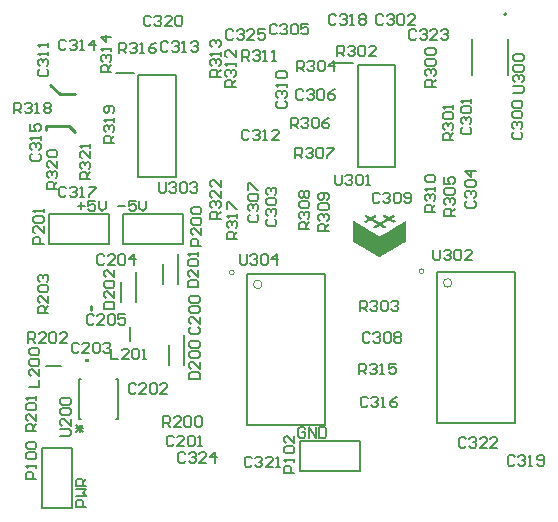
<source format=gto>
G04*
G04 #@! TF.GenerationSoftware,Altium Limited,Altium Designer,22.8.2 (66)*
G04*
G04 Layer_Color=65535*
%FSLAX44Y44*%
%MOMM*%
G71*
G04*
G04 #@! TF.SameCoordinates,219079CE-D9F2-4F20-8337-977AF1FC8BC2*
G04*
G04*
G04 #@! TF.FilePolarity,Positive*
G04*
G01*
G75*
%ADD10C,0.2000*%
%ADD11C,0.0000*%
%ADD12C,0.1270*%
%ADD13C,0.2540*%
%ADD14C,0.1524*%
G36*
X80797Y141859D02*
Y144399D01*
X84607D01*
Y141859D01*
X80797D01*
D02*
G37*
G36*
X343088Y266040D02*
X343186Y265942D01*
X343317Y265549D01*
X343382Y265222D01*
X343317Y265026D01*
X343251Y264699D01*
X343023Y264471D01*
X342892Y264405D01*
X342859Y264307D01*
X342434Y264144D01*
X342173Y263882D01*
X341911Y263817D01*
X341780Y263686D01*
X341454Y263490D01*
X341257Y263424D01*
X341127Y263359D01*
X340963Y263130D01*
X341029Y262803D01*
X341192Y262640D01*
X341519Y262575D01*
X341780Y262313D01*
X342042Y262248D01*
X342238Y262052D01*
X342565Y261921D01*
X342696Y261790D01*
X344199Y261005D01*
X344297Y260907D01*
X344232Y260646D01*
X344069Y260482D01*
X343742Y260417D01*
X343480Y260156D01*
X343284Y260090D01*
X343251Y260057D01*
X343219Y260025D01*
X342630Y259698D01*
X342369Y259632D01*
X341780Y259894D01*
X341323Y260156D01*
X341159Y260319D01*
X340734Y260482D01*
X340571Y260646D01*
X340146Y260809D01*
X340015Y260940D01*
X339296Y261332D01*
X338871Y261561D01*
X338511Y261659D01*
X337269Y261071D01*
X336615Y260679D01*
X336027Y260352D01*
X335569Y260090D01*
X335275Y259796D01*
X334916Y259698D01*
X334785Y259567D01*
X333869Y259044D01*
X333641Y258881D01*
X333248Y258619D01*
X333183Y258227D01*
X333379Y258096D01*
X333739Y257802D01*
X334327Y257475D01*
X334458Y257409D01*
X334850Y257148D01*
X335177Y256952D01*
X335569Y256690D01*
X335831Y256625D01*
X335962Y256494D01*
X336321Y256265D01*
X336387Y256004D01*
X336223Y255840D01*
X335504Y255448D01*
X335373Y255317D01*
X335046Y255121D01*
X334589Y254925D01*
X333608Y255383D01*
X333085Y255710D01*
X332496Y256037D01*
X332104Y256298D01*
X331516Y256625D01*
X331058Y256952D01*
X330535Y257017D01*
X330077Y256821D01*
X329751Y256625D01*
X329031Y256167D01*
X328051Y255644D01*
X327920Y255579D01*
X327789Y255448D01*
X327658Y255383D01*
X327495Y255219D01*
X327070Y255056D01*
X326939Y254925D01*
X326678Y254860D01*
X326514Y255023D01*
X326089Y255187D01*
X325959Y255317D01*
X325403Y255612D01*
X325010Y255873D01*
X324945Y256200D01*
X325043Y256298D01*
X325762Y256690D01*
X326220Y256952D01*
X326449Y257181D01*
X326874Y257344D01*
X327005Y257475D01*
X327854Y257933D01*
X328018Y258096D01*
X328181Y258325D01*
X328149Y258488D01*
X327920Y258717D01*
X327266Y259109D01*
X327135Y259175D01*
X327005Y259306D01*
X326547Y259567D01*
X326449Y259665D01*
X326024Y259829D01*
X325860Y259992D01*
X325435Y260156D01*
X325239Y260352D01*
X324912Y260482D01*
X324716Y260679D01*
X324455Y260744D01*
X323997Y261071D01*
X322886Y261659D01*
X322493Y261594D01*
X322363Y261463D01*
X321774Y261136D01*
X321317Y260809D01*
X321120Y260744D01*
X320990Y260613D01*
X320663Y260417D01*
X320401Y260352D01*
X320271Y260221D01*
X319813Y259959D01*
X318963Y259502D01*
X318309Y259894D01*
X317721Y260221D01*
X317394Y260417D01*
X317165Y260646D01*
X317230Y260907D01*
X317459Y261005D01*
X317851Y261267D01*
X317982Y261332D01*
X318963Y261921D01*
X319094Y262052D01*
X320205Y262640D01*
X320303Y262738D01*
X320368Y263130D01*
X319878Y263490D01*
X319682Y263555D01*
X319551Y263686D01*
X319094Y263948D01*
X318897Y264144D01*
X318636Y264209D01*
X318505Y264340D01*
X318374Y264405D01*
X318276Y264503D01*
X317950Y264961D01*
X317884Y265353D01*
X318080Y265811D01*
X318146Y265942D01*
X318244Y265974D01*
X318505Y266236D01*
X318832Y266301D01*
X319028Y266367D01*
X319290Y266301D01*
X319617Y266105D01*
X319878Y266040D01*
X320140Y265778D01*
X320467Y265713D01*
X320597Y265582D01*
X321055Y265255D01*
X322166Y264667D01*
X322624Y264340D01*
X322820Y264274D01*
X323278Y264471D01*
X323409Y264536D01*
X323540Y264667D01*
X324259Y265059D01*
X324651Y265320D01*
X324912Y265386D01*
X325174Y265647D01*
X325305Y265713D01*
X325632Y265844D01*
X325959Y266040D01*
X326220Y266105D01*
X326351Y266236D01*
X326874Y266301D01*
X327201Y266170D01*
X327332Y266105D01*
X327560Y265876D01*
X327626Y265746D01*
X327756Y265615D01*
X327822Y265353D01*
X327756Y264895D01*
X327626Y264765D01*
X327560Y264634D01*
X327266Y264340D01*
X326351Y263817D01*
X326155Y263621D01*
X325730Y263457D01*
X325337Y263196D01*
X325272Y262869D01*
X325370Y262771D01*
X325697Y262575D01*
X325893Y262378D01*
X326155Y262313D01*
X326416Y262052D01*
X326678Y261986D01*
X327135Y261659D01*
X327397Y261594D01*
X327528Y261463D01*
X328116Y261136D01*
X328312Y261071D01*
X328606Y260777D01*
X328966Y260679D01*
X329129Y260515D01*
X329554Y260352D01*
X329685Y260221D01*
X330143Y259959D01*
X330470Y259763D01*
X330666Y259698D01*
X330862Y259763D01*
X331254Y260025D01*
X331516Y260090D01*
X331745Y260319D01*
X332104Y260417D01*
X332235Y260548D01*
X332366Y260613D01*
X332823Y260940D01*
X333019Y261005D01*
X333412Y261267D01*
X333543Y261332D01*
X333641Y261430D01*
X334066Y261594D01*
X334294Y261823D01*
X334719Y261986D01*
X334850Y262117D01*
X335438Y262444D01*
X335569Y262509D01*
X335929Y262869D01*
X335994Y263130D01*
X335896Y263228D01*
X335765Y263294D01*
X335569Y263490D01*
X335438Y263555D01*
X335177Y263621D01*
X335144Y263719D01*
X334719Y263948D01*
X334262Y264209D01*
X334066Y264405D01*
X333935Y264471D01*
X333804Y264667D01*
X333510Y265026D01*
X333543Y265582D01*
X333608Y265844D01*
X333935Y266040D01*
X334131Y266236D01*
X334785Y266301D01*
X335112Y266170D01*
X335635Y265974D01*
X335765Y265778D01*
X336158Y265713D01*
X336354Y265517D01*
X336811Y265255D01*
X337400Y264928D01*
X337531Y264863D01*
X338381Y264274D01*
X338544Y264307D01*
X338969Y264471D01*
X339100Y264601D01*
X339754Y264994D01*
X340603Y265451D01*
X340636Y265549D01*
X340800Y265647D01*
X341127Y265713D01*
X341257Y265844D01*
X341846Y266170D01*
X341977Y266301D01*
X342369Y266367D01*
X343088Y266040D01*
D02*
G37*
G36*
X308568Y261267D02*
X309123Y260973D01*
X309156Y260940D01*
X309483Y260744D01*
X309940Y260482D01*
X310921Y259959D01*
X311052Y259829D01*
X311771Y259436D01*
X312490Y258979D01*
X313079Y258652D01*
X313209Y258586D01*
X313667Y258260D01*
X314125Y257998D01*
X314975Y257540D01*
X315105Y257409D01*
X315563Y257148D01*
X315694Y257083D01*
X315825Y256952D01*
X316086Y256887D01*
X316315Y256658D01*
X316642Y256527D01*
X317263Y256102D01*
X318113Y255644D01*
X318505Y255383D01*
X318636Y255317D01*
X318832Y255121D01*
X319094Y255056D01*
X319813Y254598D01*
X320401Y254271D01*
X320924Y253944D01*
X321055Y253879D01*
X321578Y253552D01*
X322493Y253029D01*
X322820Y252833D01*
X323540Y252375D01*
X323670Y252310D01*
X324193Y251983D01*
X325109Y251460D01*
X325435Y251264D01*
X325828Y251002D01*
X326547Y250610D01*
X326939Y250348D01*
X327528Y250022D01*
X328247Y249564D01*
X328704Y249303D01*
X329293Y248976D01*
X329424Y248845D01*
X330143Y248452D01*
X330274Y248387D01*
X330470Y248191D01*
X330862Y248126D01*
X331058Y248191D01*
X331189Y248256D01*
X331287Y248354D01*
X331679Y248551D01*
X332202Y248878D01*
X332562Y249172D01*
X332758Y249106D01*
X332921Y249270D01*
X332987Y249401D01*
X333281Y249564D01*
X333608Y249695D01*
X334066Y249956D01*
X334196Y250087D01*
X334785Y250414D01*
X335635Y251002D01*
X335765Y251068D01*
X336092Y251199D01*
X337008Y251721D01*
X337138Y251852D01*
X337596Y252114D01*
X338185Y252441D01*
X338413Y252604D01*
X339067Y252996D01*
X339427Y253291D01*
X339623Y253225D01*
X339950Y253552D01*
X340080Y253617D01*
X340407Y253748D01*
X340538Y253879D01*
X341127Y254206D01*
X341617Y254500D01*
X341977Y254794D01*
X342238Y254860D01*
X342434Y255056D01*
X342663Y255219D01*
X342924Y255285D01*
X343546Y255710D01*
X344134Y256037D01*
X344592Y256298D01*
X344919Y256494D01*
X345572Y256952D01*
X345834Y257017D01*
X346226Y257279D01*
X346357Y257344D01*
X346520Y257508D01*
X346945Y257671D01*
X347076Y257802D01*
X347207Y257867D01*
X347338Y257998D01*
X347665Y258129D01*
X347697Y258227D01*
X347795Y258325D01*
X347926Y258390D01*
X348515Y258652D01*
X349234Y259109D01*
X349822Y259436D01*
X350149Y259632D01*
X350345Y259829D01*
X350541Y259894D01*
X350803Y259959D01*
X350933Y260156D01*
X351391Y260417D01*
X351718Y260613D01*
X351751Y260581D01*
X351980Y260679D01*
X352307Y260875D01*
X352699Y261267D01*
X352830Y261202D01*
X352895Y250283D01*
X352862Y243778D01*
X351816Y243124D01*
X351457Y242830D01*
X351195Y242764D01*
X350933Y242503D01*
X350607Y242438D01*
X350312Y242143D01*
X349953Y242045D01*
X349691Y241784D01*
X349299Y241653D01*
X349168Y241588D01*
X348318Y240999D01*
X347991Y240868D01*
X347599Y240607D01*
X347468Y240542D01*
X347011Y240215D01*
X346749Y240149D01*
X346618Y240019D01*
X346030Y239692D01*
X345311Y239299D01*
X344919Y239038D01*
X344592Y238907D01*
X344494Y238809D01*
X344428Y238678D01*
X344199Y238580D01*
X343938Y238515D01*
X343742Y238319D01*
X343611Y238253D01*
X343219Y237992D01*
X342663Y237698D01*
X342336Y237567D01*
X341977Y237273D01*
X341846Y237207D01*
X341748Y237109D01*
X341323Y236946D01*
X341127Y236750D01*
X340800Y236684D01*
X340702Y236521D01*
X340636Y236390D01*
X340211Y236292D01*
X340015Y236096D01*
X339754Y236030D01*
X339296Y235704D01*
X339165Y235638D01*
X339034Y235507D01*
X338773Y235442D01*
X338577Y235246D01*
X338250Y235115D01*
X338152Y235017D01*
X338086Y234886D01*
X337956Y234821D01*
X337629Y234755D01*
X337563Y234625D01*
X337465Y234527D01*
X337073Y234461D01*
X336942Y234331D01*
X336615Y234134D01*
X335438Y233415D01*
X334850Y233088D01*
X334393Y232827D01*
X334360Y232729D01*
X334229Y232663D01*
X333902Y232598D01*
X333837Y232467D01*
X333673Y232304D01*
X333281Y232238D01*
X333248Y232140D01*
X333085Y231977D01*
X332823Y231912D01*
X332627Y231715D01*
X332366Y231650D01*
X332170Y231454D01*
X331777Y231388D01*
X331581Y231192D01*
X331124Y230865D01*
X330993Y230800D01*
X330666Y230669D01*
X330470Y230604D01*
X330143Y230669D01*
X329914Y230898D01*
X329554Y230996D01*
X329391Y231160D01*
X328966Y231323D01*
X328835Y231454D01*
X327920Y231977D01*
X327789Y232108D01*
X327201Y232435D01*
X327005Y232500D01*
X326547Y232827D01*
X325697Y233284D01*
X325370Y233481D01*
X324978Y233742D01*
X324128Y234200D01*
X323997Y234331D01*
X323801Y234396D01*
X323343Y234723D01*
X323082Y234788D01*
X322951Y234919D01*
X322297Y235311D01*
X322166Y235377D01*
X321447Y235834D01*
X320859Y236161D01*
X319878Y236684D01*
X319617Y236946D01*
X319355Y237011D01*
X318832Y237338D01*
X318505Y237534D01*
X318113Y237796D01*
X317917Y237861D01*
X317198Y238319D01*
X316544Y238711D01*
X315563Y239234D01*
X315171Y239496D01*
X314713Y239757D01*
X314059Y240149D01*
X313929Y240215D01*
X313536Y240476D01*
X312817Y240868D01*
X312686Y240934D01*
X312294Y241195D01*
X311575Y241588D01*
X311183Y241849D01*
X310856Y241980D01*
X310627Y242209D01*
X310202Y242372D01*
X310071Y242503D01*
X309483Y242830D01*
X309352Y242895D01*
X309221Y243026D01*
X308502Y243418D01*
X308273Y243647D01*
X308208Y260973D01*
X308273Y261234D01*
X308371Y261332D01*
X308568Y261267D01*
D02*
G37*
D10*
X437980Y436160D02*
G03*
X437980Y436160I-1000J0D01*
G01*
X293233Y394532D02*
X308483D01*
X311983Y306432D02*
Y392932D01*
Y306432D02*
X343983D01*
Y392932D01*
X311983D02*
X343983D01*
X218228Y216400D02*
X284728D01*
Y88400D02*
Y216400D01*
X218228Y88400D02*
X284728D01*
X218228D02*
Y216400D01*
X107691Y386546D02*
X122941D01*
X126441Y298446D02*
Y384947D01*
Y298446D02*
X158441D01*
Y384947D01*
X126441D02*
X158441D01*
X262890Y49530D02*
X313690D01*
Y74930D01*
X262890D02*
X313690D01*
X262890Y49530D02*
Y74930D01*
X379010Y217670D02*
X445510D01*
Y89670D02*
Y217670D01*
X379010Y89670D02*
X445510D01*
X379010D02*
Y217670D01*
X119380Y159100D02*
Y171100D01*
X48610Y138430D02*
X60610D01*
X165250Y138820D02*
Y164320D01*
X152250Y138820D02*
Y155820D01*
X160170Y207987D02*
Y233487D01*
X147170Y207987D02*
Y224987D01*
X163830Y241300D02*
Y266700D01*
X113030Y241300D02*
X163830D01*
X113030D02*
Y266700D01*
X163830D01*
X124610Y192160D02*
Y217660D01*
X111610Y192160D02*
Y209160D01*
X50800Y241300D02*
Y266700D01*
X101600D01*
Y241300D02*
Y266700D01*
X50800Y241300D02*
X101600D01*
X44450Y68580D02*
X69850D01*
Y17780D02*
Y68580D01*
X44450Y17780D02*
X69850D01*
X44450D02*
Y68580D01*
D11*
X231083Y207400D02*
G03*
X231083Y207400I-3605J0D01*
G01*
X207478Y217400D02*
G03*
X207478Y217400I-2000J0D01*
G01*
X391865Y208670D02*
G03*
X391865Y208670I-3605J0D01*
G01*
X368260Y218670D02*
G03*
X368260Y218670I-2000J0D01*
G01*
D12*
X439430Y384710D02*
Y415210D01*
X408930Y384710D02*
Y415210D01*
D13*
X86360Y185420D02*
Y189230D01*
X67310Y341630D02*
X72390Y336550D01*
X48260Y341630D02*
X67310D01*
X48260Y337820D02*
Y341630D01*
X59690Y368300D02*
X72390D01*
X51435Y376555D02*
X59690Y368300D01*
D14*
X75946Y127254D02*
X77978D01*
X109474Y93726D02*
Y127254D01*
X107442D02*
X109474D01*
X75946Y93726D02*
Y127254D01*
Y93726D02*
X77978D01*
X107442D02*
X109474D01*
X267799Y85130D02*
X266318Y86611D01*
X263355D01*
X261874Y85130D01*
Y79205D01*
X263355Y77724D01*
X266318D01*
X267799Y79205D01*
Y82168D01*
X264836D01*
X270761Y77724D02*
Y86611D01*
X276686Y77724D01*
Y86611D01*
X279648D02*
Y77724D01*
X284092D01*
X285573Y79205D01*
Y85130D01*
X284092Y86611D01*
X279648D01*
X82296Y19304D02*
X73409D01*
Y23748D01*
X74890Y25229D01*
X77852D01*
X79334Y23748D01*
Y19304D01*
X73409Y28191D02*
X82296D01*
X79334Y31154D01*
X82296Y34116D01*
X73409D01*
X82296Y37078D02*
X73409D01*
Y41522D01*
X74890Y43003D01*
X77852D01*
X79334Y41522D01*
Y37078D01*
Y40041D02*
X82296Y43003D01*
X109474Y273938D02*
X115399D01*
X124286Y278381D02*
X118361D01*
Y273938D01*
X121323Y275419D01*
X122805D01*
X124286Y273938D01*
Y270975D01*
X122805Y269494D01*
X119842D01*
X118361Y270975D01*
X127248Y278381D02*
Y272456D01*
X130211Y269494D01*
X133173Y272456D01*
Y278381D01*
X75184Y273938D02*
X81109D01*
X78146Y276900D02*
Y270975D01*
X89996Y278381D02*
X84071D01*
Y273938D01*
X87034Y275419D01*
X88515D01*
X89996Y273938D01*
Y270975D01*
X88515Y269494D01*
X85552D01*
X84071Y270975D01*
X92958Y278381D02*
Y272456D01*
X95921Y269494D01*
X98883Y272456D01*
Y278381D01*
X73773Y82613D02*
X79697Y88538D01*
Y82613D02*
X73773Y88538D01*
X76735Y82613D02*
Y88538D01*
X79697Y85576D02*
X73773D01*
X333802Y434762D02*
X332321Y436244D01*
X329358D01*
X327877Y434762D01*
Y428838D01*
X329358Y427356D01*
X332321D01*
X333802Y428838D01*
X336764Y434762D02*
X338245Y436244D01*
X341208D01*
X342689Y434762D01*
Y433281D01*
X341208Y431800D01*
X339726D01*
X341208D01*
X342689Y430319D01*
Y428838D01*
X341208Y427356D01*
X338245D01*
X336764Y428838D01*
X345651Y434762D02*
X347132Y436244D01*
X350095D01*
X351576Y434762D01*
Y428838D01*
X350095Y427356D01*
X347132D01*
X345651Y428838D01*
Y434762D01*
X360463Y427356D02*
X354538D01*
X360463Y433281D01*
Y434762D01*
X358982Y436244D01*
X356020D01*
X354538Y434762D01*
X400898Y340363D02*
X399416Y338882D01*
Y335919D01*
X400898Y334438D01*
X406822D01*
X408304Y335919D01*
Y338882D01*
X406822Y340363D01*
X400898Y343325D02*
X399416Y344806D01*
Y347769D01*
X400898Y349250D01*
X402379D01*
X403860Y347769D01*
Y346288D01*
Y347769D01*
X405341Y349250D01*
X406822D01*
X408304Y347769D01*
Y344806D01*
X406822Y343325D01*
X400898Y352212D02*
X399416Y353694D01*
Y356656D01*
X400898Y358137D01*
X406822D01*
X408304Y356656D01*
Y353694D01*
X406822Y352212D01*
X400898D01*
X408304Y361100D02*
Y364062D01*
Y362581D01*
X399416D01*
X400898Y361100D01*
X206802Y422062D02*
X205320Y423544D01*
X202358D01*
X200877Y422062D01*
Y416138D01*
X202358Y414656D01*
X205320D01*
X206802Y416138D01*
X209764Y422062D02*
X211245Y423544D01*
X214208D01*
X215689Y422062D01*
Y420581D01*
X214208Y419100D01*
X212726D01*
X214208D01*
X215689Y417619D01*
Y416138D01*
X214208Y414656D01*
X211245D01*
X209764Y416138D01*
X224576Y414656D02*
X218651D01*
X224576Y420581D01*
Y422062D01*
X223095Y423544D01*
X220132D01*
X218651Y422062D01*
X233463Y423544D02*
X227538D01*
Y419100D01*
X230501Y420581D01*
X231982D01*
X233463Y419100D01*
Y416138D01*
X231982Y414656D01*
X229020D01*
X227538Y416138D01*
X166162Y63922D02*
X164681Y65404D01*
X161718D01*
X160237Y63922D01*
Y57998D01*
X161718Y56516D01*
X164681D01*
X166162Y57998D01*
X169124Y63922D02*
X170605Y65404D01*
X173568D01*
X175049Y63922D01*
Y62441D01*
X173568Y60960D01*
X172086D01*
X173568D01*
X175049Y59479D01*
Y57998D01*
X173568Y56516D01*
X170605D01*
X169124Y57998D01*
X183936Y56516D02*
X178011D01*
X183936Y62441D01*
Y63922D01*
X182455Y65404D01*
X179492D01*
X178011Y63922D01*
X191342Y56516D02*
Y65404D01*
X186898Y60960D01*
X192823D01*
X222253Y60112D02*
X220772Y61594D01*
X217809D01*
X216328Y60112D01*
Y54188D01*
X217809Y52706D01*
X220772D01*
X222253Y54188D01*
X225215Y60112D02*
X226696Y61594D01*
X229659D01*
X231140Y60112D01*
Y58631D01*
X229659Y57150D01*
X228178D01*
X229659D01*
X231140Y55669D01*
Y54188D01*
X229659Y52706D01*
X226696D01*
X225215Y54188D01*
X240027Y52706D02*
X234102D01*
X240027Y58631D01*
Y60112D01*
X238546Y61594D01*
X235584D01*
X234102Y60112D01*
X242990Y52706D02*
X245952D01*
X244471D01*
Y61594D01*
X242990Y60112D01*
X136952Y433492D02*
X135471Y434974D01*
X132508D01*
X131027Y433492D01*
Y427568D01*
X132508Y426086D01*
X135471D01*
X136952Y427568D01*
X139914Y433492D02*
X141395Y434974D01*
X144358D01*
X145839Y433492D01*
Y432011D01*
X144358Y430530D01*
X142876D01*
X144358D01*
X145839Y429049D01*
Y427568D01*
X144358Y426086D01*
X141395D01*
X139914Y427568D01*
X154726Y426086D02*
X148801D01*
X154726Y432011D01*
Y433492D01*
X153245Y434974D01*
X150282D01*
X148801Y433492D01*
X157688D02*
X159170Y434974D01*
X162132D01*
X163613Y433492D01*
Y427568D01*
X162132Y426086D01*
X159170D01*
X157688Y427568D01*
Y433492D01*
X212307Y233044D02*
Y225638D01*
X213788Y224156D01*
X216751D01*
X218232Y225638D01*
Y233044D01*
X221194Y231562D02*
X222675Y233044D01*
X225638D01*
X227119Y231562D01*
Y230081D01*
X225638Y228600D01*
X224156D01*
X225638D01*
X227119Y227119D01*
Y225638D01*
X225638Y224156D01*
X222675D01*
X221194Y225638D01*
X230081Y231562D02*
X231562Y233044D01*
X234525D01*
X236006Y231562D01*
Y225638D01*
X234525Y224156D01*
X231562D01*
X230081Y225638D01*
Y231562D01*
X243412Y224156D02*
Y233044D01*
X238968Y228600D01*
X244893D01*
X143727Y294004D02*
Y286598D01*
X145208Y285116D01*
X148170D01*
X149652Y286598D01*
Y294004D01*
X152614Y292522D02*
X154095Y294004D01*
X157058D01*
X158539Y292522D01*
Y291041D01*
X157058Y289560D01*
X155576D01*
X157058D01*
X158539Y288079D01*
Y286598D01*
X157058Y285116D01*
X154095D01*
X152614Y286598D01*
X161501Y292522D02*
X162982Y294004D01*
X165945D01*
X167426Y292522D01*
Y286598D01*
X165945Y285116D01*
X162982D01*
X161501Y286598D01*
Y292522D01*
X170388D02*
X171870Y294004D01*
X174832D01*
X176313Y292522D01*
Y291041D01*
X174832Y289560D01*
X173351D01*
X174832D01*
X176313Y288079D01*
Y286598D01*
X174832Y285116D01*
X171870D01*
X170388Y286598D01*
X376137Y236854D02*
Y229448D01*
X377618Y227966D01*
X380580D01*
X382062Y229448D01*
Y236854D01*
X385024Y235372D02*
X386505Y236854D01*
X389468D01*
X390949Y235372D01*
Y233891D01*
X389468Y232410D01*
X387986D01*
X389468D01*
X390949Y230929D01*
Y229448D01*
X389468Y227966D01*
X386505D01*
X385024Y229448D01*
X393911Y235372D02*
X395392Y236854D01*
X398355D01*
X399836Y235372D01*
Y229448D01*
X398355Y227966D01*
X395392D01*
X393911Y229448D01*
Y235372D01*
X408723Y227966D02*
X402798D01*
X408723Y233891D01*
Y235372D01*
X407242Y236854D01*
X404280D01*
X402798Y235372D01*
X292851Y300354D02*
Y292948D01*
X294332Y291466D01*
X297295D01*
X298776Y292948D01*
Y300354D01*
X301738Y298872D02*
X303219Y300354D01*
X306182D01*
X307663Y298872D01*
Y297391D01*
X306182Y295910D01*
X304701D01*
X306182D01*
X307663Y294429D01*
Y292948D01*
X306182Y291466D01*
X303219D01*
X301738Y292948D01*
X310625Y298872D02*
X312107Y300354D01*
X315069D01*
X316550Y298872D01*
Y292948D01*
X315069Y291466D01*
X312107D01*
X310625Y292948D01*
Y298872D01*
X319513Y291466D02*
X322475D01*
X320994D01*
Y300354D01*
X319513Y298872D01*
X443866Y369787D02*
X451272D01*
X452754Y371268D01*
Y374230D01*
X451272Y375712D01*
X443866D01*
X445348Y378674D02*
X443866Y380155D01*
Y383118D01*
X445348Y384599D01*
X446829D01*
X448310Y383118D01*
Y381636D01*
Y383118D01*
X449791Y384599D01*
X451272D01*
X452754Y383118D01*
Y380155D01*
X451272Y378674D01*
X445348Y387561D02*
X443866Y389042D01*
Y392005D01*
X445348Y393486D01*
X451272D01*
X452754Y392005D01*
Y389042D01*
X451272Y387561D01*
X445348D01*
Y396448D02*
X443866Y397929D01*
Y400892D01*
X445348Y402373D01*
X451272D01*
X452754Y400892D01*
Y397929D01*
X451272Y396448D01*
X445348D01*
X196214Y263107D02*
X187326D01*
Y267551D01*
X188808Y269032D01*
X191770D01*
X193251Y267551D01*
Y263107D01*
Y266069D02*
X196214Y269032D01*
X188808Y271994D02*
X187326Y273475D01*
Y276438D01*
X188808Y277919D01*
X190289D01*
X191770Y276438D01*
Y274956D01*
Y276438D01*
X193251Y277919D01*
X194732D01*
X196214Y276438D01*
Y273475D01*
X194732Y271994D01*
X196214Y286806D02*
Y280881D01*
X190289Y286806D01*
X188808D01*
X187326Y285325D01*
Y282362D01*
X188808Y280881D01*
X196214Y295693D02*
Y289768D01*
X190289Y295693D01*
X188808D01*
X187326Y294212D01*
Y291250D01*
X188808Y289768D01*
X85723Y296338D02*
X76836D01*
Y300782D01*
X78318Y302263D01*
X81280D01*
X82761Y300782D01*
Y296338D01*
Y299300D02*
X85723Y302263D01*
X78318Y305225D02*
X76836Y306706D01*
Y309669D01*
X78318Y311150D01*
X79799D01*
X81280Y309669D01*
Y308188D01*
Y309669D01*
X82761Y311150D01*
X84242D01*
X85723Y309669D01*
Y306706D01*
X84242Y305225D01*
X85723Y320037D02*
Y314112D01*
X79799Y320037D01*
X78318D01*
X76836Y318556D01*
Y315594D01*
X78318Y314112D01*
X85723Y322999D02*
Y325962D01*
Y324481D01*
X76836D01*
X78318Y322999D01*
X57784Y288507D02*
X48896D01*
Y292950D01*
X50378Y294432D01*
X53340D01*
X54821Y292950D01*
Y288507D01*
Y291469D02*
X57784Y294432D01*
X50378Y297394D02*
X48896Y298875D01*
Y301838D01*
X50378Y303319D01*
X51859D01*
X53340Y301838D01*
Y300356D01*
Y301838D01*
X54821Y303319D01*
X56302D01*
X57784Y301838D01*
Y298875D01*
X56302Y297394D01*
X57784Y312206D02*
Y306281D01*
X51859Y312206D01*
X50378D01*
X48896Y310725D01*
Y307762D01*
X50378Y306281D01*
Y315168D02*
X48896Y316649D01*
Y319612D01*
X50378Y321093D01*
X56302D01*
X57784Y319612D01*
Y316649D01*
X56302Y315168D01*
X50378D01*
X106044Y327347D02*
X97156D01*
Y331791D01*
X98638Y333272D01*
X101600D01*
X103081Y331791D01*
Y327347D01*
Y330310D02*
X106044Y333272D01*
X98638Y336235D02*
X97156Y337716D01*
Y340678D01*
X98638Y342159D01*
X100119D01*
X101600Y340678D01*
Y339197D01*
Y340678D01*
X103081Y342159D01*
X104562D01*
X106044Y340678D01*
Y337716D01*
X104562Y336235D01*
X106044Y345122D02*
Y348084D01*
Y346603D01*
X97156D01*
X98638Y345122D01*
X104562Y352528D02*
X106044Y354009D01*
Y356971D01*
X104562Y358452D01*
X98638D01*
X97156Y356971D01*
Y354009D01*
X98638Y352528D01*
X100119D01*
X101600Y354009D01*
Y358452D01*
X21277Y352426D02*
Y361314D01*
X25721D01*
X27202Y359832D01*
Y356870D01*
X25721Y355389D01*
X21277D01*
X24240D02*
X27202Y352426D01*
X30165Y359832D02*
X31646Y361314D01*
X34608D01*
X36089Y359832D01*
Y358351D01*
X34608Y356870D01*
X33127D01*
X34608D01*
X36089Y355389D01*
Y353908D01*
X34608Y352426D01*
X31646D01*
X30165Y353908D01*
X39052Y352426D02*
X42014D01*
X40533D01*
Y361314D01*
X39052Y359832D01*
X46458D02*
X47939Y361314D01*
X50901D01*
X52382Y359832D01*
Y358351D01*
X50901Y356870D01*
X52382Y355389D01*
Y353908D01*
X50901Y352426D01*
X47939D01*
X46458Y353908D01*
Y355389D01*
X47939Y356870D01*
X46458Y358351D01*
Y359832D01*
X47939Y356870D02*
X50901D01*
X210184Y246068D02*
X201296D01*
Y250511D01*
X202778Y251992D01*
X205740D01*
X207221Y250511D01*
Y246068D01*
Y249030D02*
X210184Y251992D01*
X202778Y254955D02*
X201296Y256436D01*
Y259398D01*
X202778Y260879D01*
X204259D01*
X205740Y259398D01*
Y257917D01*
Y259398D01*
X207221Y260879D01*
X208702D01*
X210184Y259398D01*
Y256436D01*
X208702Y254955D01*
X210184Y263842D02*
Y266804D01*
Y265323D01*
X201296D01*
X202778Y263842D01*
X201296Y271248D02*
Y277173D01*
X202778D01*
X208702Y271248D01*
X210184D01*
X110177Y403226D02*
Y412114D01*
X114621D01*
X116102Y410632D01*
Y407670D01*
X114621Y406189D01*
X110177D01*
X113140D02*
X116102Y403226D01*
X119065Y410632D02*
X120546Y412114D01*
X123508D01*
X124989Y410632D01*
Y409151D01*
X123508Y407670D01*
X122027D01*
X123508D01*
X124989Y406189D01*
Y404708D01*
X123508Y403226D01*
X120546D01*
X119065Y404708D01*
X127952Y403226D02*
X130914D01*
X129433D01*
Y412114D01*
X127952Y410632D01*
X141283Y412114D02*
X138320Y410632D01*
X135358Y407670D01*
Y404708D01*
X136839Y403226D01*
X139801D01*
X141283Y404708D01*
Y406189D01*
X139801Y407670D01*
X135358D01*
X313377Y131446D02*
Y140334D01*
X317821D01*
X319302Y138852D01*
Y135890D01*
X317821Y134409D01*
X313377D01*
X316340D02*
X319302Y131446D01*
X322265Y138852D02*
X323746Y140334D01*
X326708D01*
X328189Y138852D01*
Y137371D01*
X326708Y135890D01*
X325227D01*
X326708D01*
X328189Y134409D01*
Y132928D01*
X326708Y131446D01*
X323746D01*
X322265Y132928D01*
X331152Y131446D02*
X334114D01*
X332633D01*
Y140334D01*
X331152Y138852D01*
X344482Y140334D02*
X338558D01*
Y135890D01*
X341520Y137371D01*
X343001D01*
X344482Y135890D01*
Y132928D01*
X343001Y131446D01*
X340039D01*
X338558Y132928D01*
X103504Y387038D02*
X94616D01*
Y391481D01*
X96098Y392962D01*
X99060D01*
X100541Y391481D01*
Y387038D01*
Y390000D02*
X103504Y392962D01*
X96098Y395925D02*
X94616Y397406D01*
Y400368D01*
X96098Y401849D01*
X97579D01*
X99060Y400368D01*
Y398887D01*
Y400368D01*
X100541Y401849D01*
X102022D01*
X103504Y400368D01*
Y397406D01*
X102022Y395925D01*
X103504Y404812D02*
Y407774D01*
Y406293D01*
X94616D01*
X96098Y404812D01*
X103504Y416661D02*
X94616D01*
X99060Y412218D01*
Y418143D01*
X196213Y383228D02*
X187326D01*
Y387671D01*
X188808Y389152D01*
X191770D01*
X193251Y387671D01*
Y383228D01*
Y386190D02*
X196213Y389152D01*
X188808Y392115D02*
X187326Y393596D01*
Y396558D01*
X188808Y398039D01*
X190289D01*
X191770Y396558D01*
Y395077D01*
Y396558D01*
X193251Y398039D01*
X194732D01*
X196213Y396558D01*
Y393596D01*
X194732Y392115D01*
X196213Y401002D02*
Y403964D01*
Y402483D01*
X187326D01*
X188808Y401002D01*
Y408408D02*
X187326Y409889D01*
Y412851D01*
X188808Y414333D01*
X190289D01*
X191770Y412851D01*
Y411370D01*
Y412851D01*
X193251Y414333D01*
X194732D01*
X196213Y412851D01*
Y409889D01*
X194732Y408408D01*
X208913Y374338D02*
X200026D01*
Y378781D01*
X201508Y380262D01*
X204470D01*
X205951Y378781D01*
Y374338D01*
Y377300D02*
X208913Y380262D01*
X201508Y383225D02*
X200026Y384706D01*
Y387668D01*
X201508Y389149D01*
X202989D01*
X204470Y387668D01*
Y386187D01*
Y387668D01*
X205951Y389149D01*
X207432D01*
X208913Y387668D01*
Y384706D01*
X207432Y383225D01*
X208913Y392112D02*
Y395074D01*
Y393593D01*
X200026D01*
X201508Y392112D01*
X208913Y405443D02*
Y399518D01*
X202989Y405443D01*
X201508D01*
X200026Y403961D01*
Y400999D01*
X201508Y399518D01*
X214529Y396876D02*
Y405764D01*
X218972D01*
X220453Y404282D01*
Y401320D01*
X218972Y399839D01*
X214529D01*
X217491D02*
X220453Y396876D01*
X223416Y404282D02*
X224897Y405764D01*
X227859D01*
X229341Y404282D01*
Y402801D01*
X227859Y401320D01*
X226378D01*
X227859D01*
X229341Y399839D01*
Y398358D01*
X227859Y396876D01*
X224897D01*
X223416Y398358D01*
X232303Y396876D02*
X235265D01*
X233784D01*
Y405764D01*
X232303Y404282D01*
X239709Y396876D02*
X242671D01*
X241190D01*
Y405764D01*
X239709Y404282D01*
X377823Y268928D02*
X368936D01*
Y273372D01*
X370418Y274853D01*
X373380D01*
X374861Y273372D01*
Y268928D01*
Y271890D02*
X377823Y274853D01*
X370418Y277815D02*
X368936Y279296D01*
Y282259D01*
X370418Y283740D01*
X371899D01*
X373380Y282259D01*
Y280778D01*
Y282259D01*
X374861Y283740D01*
X376342D01*
X377823Y282259D01*
Y279296D01*
X376342Y277815D01*
X377823Y286702D02*
Y289665D01*
Y288183D01*
X368936D01*
X370418Y286702D01*
Y294108D02*
X368936Y295589D01*
Y298552D01*
X370418Y300033D01*
X376342D01*
X377823Y298552D01*
Y295589D01*
X376342Y294108D01*
X370418D01*
X287654Y252224D02*
X278766D01*
Y256668D01*
X280248Y258149D01*
X283210D01*
X284691Y256668D01*
Y252224D01*
Y255187D02*
X287654Y258149D01*
X280248Y261111D02*
X278766Y262593D01*
Y265555D01*
X280248Y267036D01*
X281729D01*
X283210Y265555D01*
Y264074D01*
Y265555D01*
X284691Y267036D01*
X286172D01*
X287654Y265555D01*
Y262593D01*
X286172Y261111D01*
X280248Y269999D02*
X278766Y271480D01*
Y274442D01*
X280248Y275923D01*
X286172D01*
X287654Y274442D01*
Y271480D01*
X286172Y269999D01*
X280248D01*
X286172Y278886D02*
X287654Y280367D01*
Y283329D01*
X286172Y284811D01*
X280248D01*
X278766Y283329D01*
Y280367D01*
X280248Y278886D01*
X281729D01*
X283210Y280367D01*
Y284811D01*
X271144Y254217D02*
X262256D01*
Y258661D01*
X263738Y260142D01*
X266700D01*
X268181Y258661D01*
Y254217D01*
Y257179D02*
X271144Y260142D01*
X263738Y263104D02*
X262256Y264585D01*
Y267548D01*
X263738Y269029D01*
X265219D01*
X266700Y267548D01*
Y266066D01*
Y267548D01*
X268181Y269029D01*
X269662D01*
X271144Y267548D01*
Y264585D01*
X269662Y263104D01*
X263738Y271991D02*
X262256Y273472D01*
Y276435D01*
X263738Y277916D01*
X269662D01*
X271144Y276435D01*
Y273472D01*
X269662Y271991D01*
X263738D01*
Y280878D02*
X262256Y282360D01*
Y285322D01*
X263738Y286803D01*
X265219D01*
X266700Y285322D01*
X268181Y286803D01*
X269662D01*
X271144Y285322D01*
Y282360D01*
X269662Y280878D01*
X268181D01*
X266700Y282360D01*
X265219Y280878D01*
X263738D01*
X266700Y282360D02*
Y285322D01*
X259297Y314326D02*
Y323214D01*
X263741D01*
X265222Y321732D01*
Y318770D01*
X263741Y317289D01*
X259297D01*
X262259D02*
X265222Y314326D01*
X268184Y321732D02*
X269665Y323214D01*
X272628D01*
X274109Y321732D01*
Y320251D01*
X272628Y318770D01*
X271146D01*
X272628D01*
X274109Y317289D01*
Y315808D01*
X272628Y314326D01*
X269665D01*
X268184Y315808D01*
X277071Y321732D02*
X278552Y323214D01*
X281515D01*
X282996Y321732D01*
Y315808D01*
X281515Y314326D01*
X278552D01*
X277071Y315808D01*
Y321732D01*
X285958Y323214D02*
X291883D01*
Y321732D01*
X285958Y315808D01*
Y314326D01*
X255487Y339726D02*
Y348614D01*
X259930D01*
X261412Y347132D01*
Y344170D01*
X259930Y342689D01*
X255487D01*
X258449D02*
X261412Y339726D01*
X264374Y347132D02*
X265855Y348614D01*
X268818D01*
X270299Y347132D01*
Y345651D01*
X268818Y344170D01*
X267336D01*
X268818D01*
X270299Y342689D01*
Y341208D01*
X268818Y339726D01*
X265855D01*
X264374Y341208D01*
X273261Y347132D02*
X274742Y348614D01*
X277705D01*
X279186Y347132D01*
Y341208D01*
X277705Y339726D01*
X274742D01*
X273261Y341208D01*
Y347132D01*
X288073Y348614D02*
X285111Y347132D01*
X282148Y344170D01*
Y341208D01*
X283629Y339726D01*
X286592D01*
X288073Y341208D01*
Y342689D01*
X286592Y344170D01*
X282148D01*
X394334Y265647D02*
X385446D01*
Y270091D01*
X386928Y271572D01*
X389890D01*
X391371Y270091D01*
Y265647D01*
Y268609D02*
X394334Y271572D01*
X386928Y274534D02*
X385446Y276015D01*
Y278978D01*
X386928Y280459D01*
X388409D01*
X389890Y278978D01*
Y277496D01*
Y278978D01*
X391371Y280459D01*
X392852D01*
X394334Y278978D01*
Y276015D01*
X392852Y274534D01*
X386928Y283421D02*
X385446Y284902D01*
Y287865D01*
X386928Y289346D01*
X392852D01*
X394334Y287865D01*
Y284902D01*
X392852Y283421D01*
X386928D01*
X385446Y298233D02*
Y292308D01*
X389890D01*
X388409Y295271D01*
Y296752D01*
X389890Y298233D01*
X392852D01*
X394334Y296752D01*
Y293790D01*
X392852Y292308D01*
X260639Y387986D02*
Y396874D01*
X265083D01*
X266564Y395392D01*
Y392430D01*
X265083Y390949D01*
X260639D01*
X263602D02*
X266564Y387986D01*
X269527Y395392D02*
X271008Y396874D01*
X273970D01*
X275451Y395392D01*
Y393911D01*
X273970Y392430D01*
X272489D01*
X273970D01*
X275451Y390949D01*
Y389468D01*
X273970Y387986D01*
X271008D01*
X269527Y389468D01*
X278414Y395392D02*
X279895Y396874D01*
X282857D01*
X284338Y395392D01*
Y389468D01*
X282857Y387986D01*
X279895D01*
X278414Y389468D01*
Y395392D01*
X291744Y387986D02*
Y396874D01*
X287301Y392430D01*
X293225D01*
X313907Y184786D02*
Y193674D01*
X318351D01*
X319832Y192192D01*
Y189230D01*
X318351Y187749D01*
X313907D01*
X316869D02*
X319832Y184786D01*
X322794Y192192D02*
X324275Y193674D01*
X327238D01*
X328719Y192192D01*
Y190711D01*
X327238Y189230D01*
X325756D01*
X327238D01*
X328719Y187749D01*
Y186268D01*
X327238Y184786D01*
X324275D01*
X322794Y186268D01*
X331681Y192192D02*
X333162Y193674D01*
X336125D01*
X337606Y192192D01*
Y186268D01*
X336125Y184786D01*
X333162D01*
X331681Y186268D01*
Y192192D01*
X340568D02*
X342049Y193674D01*
X345012D01*
X346493Y192192D01*
Y190711D01*
X345012Y189230D01*
X343531D01*
X345012D01*
X346493Y187749D01*
Y186268D01*
X345012Y184786D01*
X342049D01*
X340568Y186268D01*
X294857Y400686D02*
Y409574D01*
X299300D01*
X300782Y408092D01*
Y405130D01*
X299300Y403649D01*
X294857D01*
X297819D02*
X300782Y400686D01*
X303744Y408092D02*
X305225Y409574D01*
X308188D01*
X309669Y408092D01*
Y406611D01*
X308188Y405130D01*
X306706D01*
X308188D01*
X309669Y403649D01*
Y402168D01*
X308188Y400686D01*
X305225D01*
X303744Y402168D01*
X312631Y408092D02*
X314112Y409574D01*
X317075D01*
X318556Y408092D01*
Y402168D01*
X317075Y400686D01*
X314112D01*
X312631Y402168D01*
Y408092D01*
X327443Y400686D02*
X321518D01*
X327443Y406611D01*
Y408092D01*
X325962Y409574D01*
X322999D01*
X321518Y408092D01*
X393064Y329358D02*
X384176D01*
Y333802D01*
X385658Y335283D01*
X388620D01*
X390101Y333802D01*
Y329358D01*
Y332321D02*
X393064Y335283D01*
X385658Y338245D02*
X384176Y339726D01*
Y342689D01*
X385658Y344170D01*
X387139D01*
X388620Y342689D01*
Y341208D01*
Y342689D01*
X390101Y344170D01*
X391582D01*
X393064Y342689D01*
Y339726D01*
X391582Y338245D01*
X385658Y347132D02*
X384176Y348614D01*
Y351576D01*
X385658Y353057D01*
X391582D01*
X393064Y351576D01*
Y348614D01*
X391582Y347132D01*
X385658D01*
X393064Y356020D02*
Y358982D01*
Y357501D01*
X384176D01*
X385658Y356020D01*
X378321Y374867D02*
X369434D01*
Y379310D01*
X370915Y380792D01*
X373877D01*
X375359Y379310D01*
Y374867D01*
Y377829D02*
X378321Y380792D01*
X370915Y383754D02*
X369434Y385235D01*
Y388198D01*
X370915Y389679D01*
X372396D01*
X373877Y388198D01*
Y386716D01*
Y388198D01*
X375359Y389679D01*
X376840D01*
X378321Y388198D01*
Y385235D01*
X376840Y383754D01*
X370915Y392641D02*
X369434Y394122D01*
Y397085D01*
X370915Y398566D01*
X376840D01*
X378321Y397085D01*
Y394122D01*
X376840Y392641D01*
X370915D01*
Y401528D02*
X369434Y403009D01*
Y405972D01*
X370915Y407453D01*
X376840D01*
X378321Y405972D01*
Y403009D01*
X376840Y401528D01*
X370915D01*
X361742Y422062D02*
X360261Y423544D01*
X357298D01*
X355817Y422062D01*
Y416138D01*
X357298Y414656D01*
X360261D01*
X361742Y416138D01*
X364704Y422062D02*
X366185Y423544D01*
X369148D01*
X370629Y422062D01*
Y420581D01*
X369148Y419100D01*
X367666D01*
X369148D01*
X370629Y417619D01*
Y416138D01*
X369148Y414656D01*
X366185D01*
X364704Y416138D01*
X379516Y414656D02*
X373591D01*
X379516Y420581D01*
Y422062D01*
X378035Y423544D01*
X375072D01*
X373591Y422062D01*
X382478D02*
X383960Y423544D01*
X386922D01*
X388403Y422062D01*
Y420581D01*
X386922Y419100D01*
X385441D01*
X386922D01*
X388403Y417619D01*
Y416138D01*
X386922Y414656D01*
X383960D01*
X382478Y416138D01*
X403652Y76622D02*
X402170Y78104D01*
X399208D01*
X397727Y76622D01*
Y70698D01*
X399208Y69216D01*
X402170D01*
X403652Y70698D01*
X406614Y76622D02*
X408095Y78104D01*
X411058D01*
X412539Y76622D01*
Y75141D01*
X411058Y73660D01*
X409576D01*
X411058D01*
X412539Y72179D01*
Y70698D01*
X411058Y69216D01*
X408095D01*
X406614Y70698D01*
X421426Y69216D02*
X415501D01*
X421426Y75141D01*
Y76622D01*
X419945Y78104D01*
X416982D01*
X415501Y76622D01*
X430313Y69216D02*
X424388D01*
X430313Y75141D01*
Y76622D01*
X428832Y78104D01*
X425869D01*
X424388Y76622D01*
X445032Y61382D02*
X443551Y62864D01*
X440589D01*
X439108Y61382D01*
Y55458D01*
X440589Y53976D01*
X443551D01*
X445032Y55458D01*
X447995Y61382D02*
X449476Y62864D01*
X452438D01*
X453919Y61382D01*
Y59901D01*
X452438Y58420D01*
X450957D01*
X452438D01*
X453919Y56939D01*
Y55458D01*
X452438Y53976D01*
X449476D01*
X447995Y55458D01*
X456882Y53976D02*
X459844D01*
X458363D01*
Y62864D01*
X456882Y61382D01*
X464288Y55458D02*
X465769Y53976D01*
X468731D01*
X470213Y55458D01*
Y61382D01*
X468731Y62864D01*
X465769D01*
X464288Y61382D01*
Y59901D01*
X465769Y58420D01*
X470213D01*
X293902Y434762D02*
X292421Y436244D01*
X289459D01*
X287978Y434762D01*
Y428838D01*
X289459Y427356D01*
X292421D01*
X293902Y428838D01*
X296865Y434762D02*
X298346Y436244D01*
X301308D01*
X302789Y434762D01*
Y433281D01*
X301308Y431800D01*
X299827D01*
X301308D01*
X302789Y430319D01*
Y428838D01*
X301308Y427356D01*
X298346D01*
X296865Y428838D01*
X305752Y427356D02*
X308714D01*
X307233D01*
Y436244D01*
X305752Y434762D01*
X313158D02*
X314639Y436244D01*
X317601D01*
X319083Y434762D01*
Y433281D01*
X317601Y431800D01*
X319083Y430319D01*
Y428838D01*
X317601Y427356D01*
X314639D01*
X313158Y428838D01*
Y430319D01*
X314639Y431800D01*
X313158Y433281D01*
Y434762D01*
X314639Y431800D02*
X317601D01*
X65302Y288712D02*
X63821Y290194D01*
X60859D01*
X59377Y288712D01*
Y282788D01*
X60859Y281306D01*
X63821D01*
X65302Y282788D01*
X68265Y288712D02*
X69746Y290194D01*
X72708D01*
X74189Y288712D01*
Y287231D01*
X72708Y285750D01*
X71227D01*
X72708D01*
X74189Y284269D01*
Y282788D01*
X72708Y281306D01*
X69746D01*
X68265Y282788D01*
X77152Y281306D02*
X80114D01*
X78633D01*
Y290194D01*
X77152Y288712D01*
X84558Y290194D02*
X90483D01*
Y288712D01*
X84558Y282788D01*
Y281306D01*
X320572Y110912D02*
X319091Y112394D01*
X316129D01*
X314648Y110912D01*
Y104988D01*
X316129Y103506D01*
X319091D01*
X320572Y104988D01*
X323535Y110912D02*
X325016Y112394D01*
X327978D01*
X329459Y110912D01*
Y109431D01*
X327978Y107950D01*
X326497D01*
X327978D01*
X329459Y106469D01*
Y104988D01*
X327978Y103506D01*
X325016D01*
X323535Y104988D01*
X332422Y103506D02*
X335384D01*
X333903D01*
Y112394D01*
X332422Y110912D01*
X345752Y112394D02*
X342790Y110912D01*
X339828Y107950D01*
Y104988D01*
X341309Y103506D01*
X344271D01*
X345752Y104988D01*
Y106469D01*
X344271Y107950D01*
X339828D01*
X36408Y318032D02*
X34926Y316551D01*
Y313589D01*
X36408Y312108D01*
X42332D01*
X43814Y313589D01*
Y316551D01*
X42332Y318032D01*
X36408Y320995D02*
X34926Y322476D01*
Y325438D01*
X36408Y326919D01*
X37889D01*
X39370Y325438D01*
Y323957D01*
Y325438D01*
X40851Y326919D01*
X42332D01*
X43814Y325438D01*
Y322476D01*
X42332Y320995D01*
X43814Y329882D02*
Y332844D01*
Y331363D01*
X34926D01*
X36408Y329882D01*
X34926Y343213D02*
Y337288D01*
X39370D01*
X37889Y340250D01*
Y341731D01*
X39370Y343213D01*
X42332D01*
X43814Y341731D01*
Y338769D01*
X42332Y337288D01*
X65302Y413172D02*
X63821Y414654D01*
X60859D01*
X59377Y413172D01*
Y407248D01*
X60859Y405766D01*
X63821D01*
X65302Y407248D01*
X68265Y413172D02*
X69746Y414654D01*
X72708D01*
X74189Y413172D01*
Y411691D01*
X72708Y410210D01*
X71227D01*
X72708D01*
X74189Y408729D01*
Y407248D01*
X72708Y405766D01*
X69746D01*
X68265Y407248D01*
X77152Y405766D02*
X80114D01*
X78633D01*
Y414654D01*
X77152Y413172D01*
X89001Y405766D02*
Y414654D01*
X84558Y410210D01*
X90483D01*
X151662Y411902D02*
X150181Y413384D01*
X147219D01*
X145737Y411902D01*
Y405978D01*
X147219Y404496D01*
X150181D01*
X151662Y405978D01*
X154625Y411902D02*
X156106Y413384D01*
X159068D01*
X160549Y411902D01*
Y410421D01*
X159068Y408940D01*
X157587D01*
X159068D01*
X160549Y407459D01*
Y405978D01*
X159068Y404496D01*
X156106D01*
X154625Y405978D01*
X163512Y404496D02*
X166474D01*
X164993D01*
Y413384D01*
X163512Y411902D01*
X170918D02*
X172399Y413384D01*
X175361D01*
X176842Y411902D01*
Y410421D01*
X175361Y408940D01*
X173880D01*
X175361D01*
X176842Y407459D01*
Y405978D01*
X175361Y404496D01*
X172399D01*
X170918Y405978D01*
X220242Y336972D02*
X218761Y338454D01*
X215799D01*
X214317Y336972D01*
Y331048D01*
X215799Y329566D01*
X218761D01*
X220242Y331048D01*
X223205Y336972D02*
X224686Y338454D01*
X227648D01*
X229129Y336972D01*
Y335491D01*
X227648Y334010D01*
X226167D01*
X227648D01*
X229129Y332529D01*
Y331048D01*
X227648Y329566D01*
X224686D01*
X223205Y331048D01*
X232092Y329566D02*
X235054D01*
X233573D01*
Y338454D01*
X232092Y336972D01*
X245422Y329566D02*
X239498D01*
X245422Y335491D01*
Y336972D01*
X243941Y338454D01*
X240979D01*
X239498Y336972D01*
X42758Y389364D02*
X41276Y387882D01*
Y384920D01*
X42758Y383439D01*
X48682D01*
X50164Y384920D01*
Y387882D01*
X48682Y389364D01*
X42758Y392326D02*
X41276Y393807D01*
Y396769D01*
X42758Y398251D01*
X44239D01*
X45720Y396769D01*
Y395288D01*
Y396769D01*
X47201Y398251D01*
X48682D01*
X50164Y396769D01*
Y393807D01*
X48682Y392326D01*
X50164Y401213D02*
Y404175D01*
Y402694D01*
X41276D01*
X42758Y401213D01*
X50164Y408619D02*
Y411581D01*
Y410100D01*
X41276D01*
X42758Y408619D01*
X244688Y362482D02*
X243206Y361001D01*
Y358039D01*
X244688Y356558D01*
X250612D01*
X252094Y358039D01*
Y361001D01*
X250612Y362482D01*
X244688Y365445D02*
X243206Y366926D01*
Y369888D01*
X244688Y371369D01*
X246169D01*
X247650Y369888D01*
Y368407D01*
Y369888D01*
X249131Y371369D01*
X250612D01*
X252094Y369888D01*
Y366926D01*
X250612Y365445D01*
X252094Y374332D02*
Y377294D01*
Y375813D01*
X243206D01*
X244688Y374332D01*
Y381738D02*
X243206Y383219D01*
Y386181D01*
X244688Y387663D01*
X250612D01*
X252094Y386181D01*
Y383219D01*
X250612Y381738D01*
X244688D01*
X330641Y283632D02*
X329160Y285114D01*
X326198D01*
X324717Y283632D01*
Y277708D01*
X326198Y276226D01*
X329160D01*
X330641Y277708D01*
X333604Y283632D02*
X335085Y285114D01*
X338047D01*
X339529Y283632D01*
Y282151D01*
X338047Y280670D01*
X336566D01*
X338047D01*
X339529Y279189D01*
Y277708D01*
X338047Y276226D01*
X335085D01*
X333604Y277708D01*
X342491Y283632D02*
X343972Y285114D01*
X346935D01*
X348416Y283632D01*
Y277708D01*
X346935Y276226D01*
X343972D01*
X342491Y277708D01*
Y283632D01*
X351378Y277708D02*
X352859Y276226D01*
X355822D01*
X357303Y277708D01*
Y283632D01*
X355822Y285114D01*
X352859D01*
X351378Y283632D01*
Y282151D01*
X352859Y280670D01*
X357303D01*
X322372Y165522D02*
X320891Y167004D01*
X317928D01*
X316447Y165522D01*
Y159598D01*
X317928Y158116D01*
X320891D01*
X322372Y159598D01*
X325334Y165522D02*
X326815Y167004D01*
X329778D01*
X331259Y165522D01*
Y164041D01*
X329778Y162560D01*
X328296D01*
X329778D01*
X331259Y161079D01*
Y159598D01*
X329778Y158116D01*
X326815D01*
X325334Y159598D01*
X334221Y165522D02*
X335702Y167004D01*
X338665D01*
X340146Y165522D01*
Y159598D01*
X338665Y158116D01*
X335702D01*
X334221Y159598D01*
Y165522D01*
X343108D02*
X344590Y167004D01*
X347552D01*
X349033Y165522D01*
Y164041D01*
X347552Y162560D01*
X349033Y161079D01*
Y159598D01*
X347552Y158116D01*
X344590D01*
X343108Y159598D01*
Y161079D01*
X344590Y162560D01*
X343108Y164041D01*
Y165522D01*
X344590Y162560D02*
X347552D01*
X220558Y266492D02*
X219076Y265011D01*
Y262048D01*
X220558Y260567D01*
X226482D01*
X227964Y262048D01*
Y265011D01*
X226482Y266492D01*
X220558Y269454D02*
X219076Y270935D01*
Y273898D01*
X220558Y275379D01*
X222039D01*
X223520Y273898D01*
Y272416D01*
Y273898D01*
X225001Y275379D01*
X226482D01*
X227964Y273898D01*
Y270935D01*
X226482Y269454D01*
X220558Y278341D02*
X219076Y279822D01*
Y282785D01*
X220558Y284266D01*
X226482D01*
X227964Y282785D01*
Y279822D01*
X226482Y278341D01*
X220558D01*
X219076Y287228D02*
Y293153D01*
X220558D01*
X226482Y287228D01*
X227964D01*
X266019Y371262D02*
X264538Y372744D01*
X261576D01*
X260094Y371262D01*
Y365338D01*
X261576Y363856D01*
X264538D01*
X266019Y365338D01*
X268981Y371262D02*
X270463Y372744D01*
X273425D01*
X274906Y371262D01*
Y369781D01*
X273425Y368300D01*
X271944D01*
X273425D01*
X274906Y366819D01*
Y365338D01*
X273425Y363856D01*
X270463D01*
X268981Y365338D01*
X277869Y371262D02*
X279350Y372744D01*
X282312D01*
X283793Y371262D01*
Y365338D01*
X282312Y363856D01*
X279350D01*
X277869Y365338D01*
Y371262D01*
X292680Y372744D02*
X289718Y371262D01*
X286756Y368300D01*
Y365338D01*
X288237Y363856D01*
X291199D01*
X292680Y365338D01*
Y366819D01*
X291199Y368300D01*
X286756D01*
X243632Y426522D02*
X242150Y428003D01*
X239188D01*
X237707Y426522D01*
Y420597D01*
X239188Y419116D01*
X242150D01*
X243632Y420597D01*
X246594Y426522D02*
X248075Y428003D01*
X251038D01*
X252519Y426522D01*
Y425041D01*
X251038Y423560D01*
X249556D01*
X251038D01*
X252519Y422079D01*
Y420597D01*
X251038Y419116D01*
X248075D01*
X246594Y420597D01*
X255481Y426522D02*
X256962Y428003D01*
X259925D01*
X261406Y426522D01*
Y420597D01*
X259925Y419116D01*
X256962D01*
X255481Y420597D01*
Y426522D01*
X270293Y428003D02*
X264368D01*
Y423560D01*
X267331Y425041D01*
X268812D01*
X270293Y423560D01*
Y420597D01*
X268812Y419116D01*
X265849D01*
X264368Y420597D01*
X404708Y277922D02*
X403226Y276441D01*
Y273478D01*
X404708Y271997D01*
X410632D01*
X412114Y273478D01*
Y276441D01*
X410632Y277922D01*
X404708Y280884D02*
X403226Y282365D01*
Y285328D01*
X404708Y286809D01*
X406189D01*
X407670Y285328D01*
Y283846D01*
Y285328D01*
X409151Y286809D01*
X410632D01*
X412114Y285328D01*
Y282365D01*
X410632Y280884D01*
X404708Y289771D02*
X403226Y291252D01*
Y294215D01*
X404708Y295696D01*
X410632D01*
X412114Y294215D01*
Y291252D01*
X410632Y289771D01*
X404708D01*
X412114Y303102D02*
X403226D01*
X407670Y298658D01*
Y304583D01*
X235798Y262682D02*
X234316Y261201D01*
Y258238D01*
X235798Y256757D01*
X241722D01*
X243204Y258238D01*
Y261201D01*
X241722Y262682D01*
X235798Y265644D02*
X234316Y267125D01*
Y270088D01*
X235798Y271569D01*
X237279D01*
X238760Y270088D01*
Y268606D01*
Y270088D01*
X240241Y271569D01*
X241722D01*
X243204Y270088D01*
Y267125D01*
X241722Y265644D01*
X235798Y274531D02*
X234316Y276012D01*
Y278975D01*
X235798Y280456D01*
X241722D01*
X243204Y278975D01*
Y276012D01*
X241722Y274531D01*
X235798D01*
Y283418D02*
X234316Y284900D01*
Y287862D01*
X235798Y289343D01*
X237279D01*
X238760Y287862D01*
Y286381D01*
Y287862D01*
X240241Y289343D01*
X241722D01*
X243204Y287862D01*
Y284900D01*
X241722Y283418D01*
X444078Y336342D02*
X442596Y334860D01*
Y331898D01*
X444078Y330417D01*
X450002D01*
X451484Y331898D01*
Y334860D01*
X450002Y336342D01*
X444078Y339304D02*
X442596Y340785D01*
Y343748D01*
X444078Y345229D01*
X445559D01*
X447040Y343748D01*
Y342266D01*
Y343748D01*
X448521Y345229D01*
X450002D01*
X451484Y343748D01*
Y340785D01*
X450002Y339304D01*
X444078Y348191D02*
X442596Y349672D01*
Y352635D01*
X444078Y354116D01*
X450002D01*
X451484Y352635D01*
Y349672D01*
X450002Y348191D01*
X444078D01*
Y357078D02*
X442596Y358559D01*
Y361522D01*
X444078Y363003D01*
X450002D01*
X451484Y361522D01*
Y358559D01*
X450002Y357078D01*
X444078D01*
X60326Y78957D02*
X67732D01*
X69214Y80438D01*
Y83400D01*
X67732Y84882D01*
X60326D01*
X69214Y93769D02*
Y87844D01*
X63289Y93769D01*
X61808D01*
X60326Y92288D01*
Y89325D01*
X61808Y87844D01*
Y96731D02*
X60326Y98212D01*
Y101175D01*
X61808Y102656D01*
X67732D01*
X69214Y101175D01*
Y98212D01*
X67732Y96731D01*
X61808D01*
Y105618D02*
X60326Y107100D01*
Y110062D01*
X61808Y111543D01*
X67732D01*
X69214Y110062D01*
Y107100D01*
X67732Y105618D01*
X61808D01*
X50164Y183097D02*
X41276D01*
Y187540D01*
X42758Y189022D01*
X45720D01*
X47201Y187540D01*
Y183097D01*
Y186059D02*
X50164Y189022D01*
Y197909D02*
Y191984D01*
X44239Y197909D01*
X42758D01*
X41276Y196428D01*
Y193465D01*
X42758Y191984D01*
Y200871D02*
X41276Y202352D01*
Y205315D01*
X42758Y206796D01*
X48682D01*
X50164Y205315D01*
Y202352D01*
X48682Y200871D01*
X42758D01*
Y209758D02*
X41276Y211239D01*
Y214202D01*
X42758Y215683D01*
X44239D01*
X45720Y214202D01*
Y212721D01*
Y214202D01*
X47201Y215683D01*
X48682D01*
X50164Y214202D01*
Y211239D01*
X48682Y209758D01*
X33237Y158116D02*
Y167004D01*
X37680D01*
X39162Y165522D01*
Y162560D01*
X37680Y161079D01*
X33237D01*
X36199D02*
X39162Y158116D01*
X48049D02*
X42124D01*
X48049Y164041D01*
Y165522D01*
X46568Y167004D01*
X43605D01*
X42124Y165522D01*
X51011D02*
X52492Y167004D01*
X55455D01*
X56936Y165522D01*
Y159598D01*
X55455Y158116D01*
X52492D01*
X51011Y159598D01*
Y165522D01*
X65823Y158116D02*
X59898D01*
X65823Y164041D01*
Y165522D01*
X64342Y167004D01*
X61379D01*
X59898Y165522D01*
X40003Y82978D02*
X31116D01*
Y87422D01*
X32598Y88903D01*
X35560D01*
X37041Y87422D01*
Y82978D01*
Y85941D02*
X40003Y88903D01*
Y97790D02*
Y91865D01*
X34079Y97790D01*
X32598D01*
X31116Y96309D01*
Y93346D01*
X32598Y91865D01*
Y100752D02*
X31116Y102234D01*
Y105196D01*
X32598Y106677D01*
X38522D01*
X40003Y105196D01*
Y102234D01*
X38522Y100752D01*
X32598D01*
X40003Y109640D02*
Y112602D01*
Y111121D01*
X31116D01*
X32598Y109640D01*
X147537Y86996D02*
Y95884D01*
X151980D01*
X153462Y94402D01*
Y91440D01*
X151980Y89959D01*
X147537D01*
X150499D02*
X153462Y86996D01*
X162349D02*
X156424D01*
X162349Y92921D01*
Y94402D01*
X160868Y95884D01*
X157905D01*
X156424Y94402D01*
X165311D02*
X166792Y95884D01*
X169755D01*
X171236Y94402D01*
Y88478D01*
X169755Y86996D01*
X166792D01*
X165311Y88478D01*
Y94402D01*
X174198D02*
X175679Y95884D01*
X178642D01*
X180123Y94402D01*
Y88478D01*
X178642Y86996D01*
X175679D01*
X174198Y88478D01*
Y94402D01*
X46354Y241728D02*
X37466D01*
Y246172D01*
X38948Y247653D01*
X41910D01*
X43391Y246172D01*
Y241728D01*
X46354Y256540D02*
Y250615D01*
X40429Y256540D01*
X38948D01*
X37466Y255059D01*
Y252096D01*
X38948Y250615D01*
Y259502D02*
X37466Y260984D01*
Y263946D01*
X38948Y265427D01*
X44872D01*
X46354Y263946D01*
Y260984D01*
X44872Y259502D01*
X38948D01*
X46354Y268389D02*
Y271352D01*
Y269871D01*
X37466D01*
X38948Y268389D01*
X179704Y240247D02*
X170816D01*
Y244690D01*
X172298Y246172D01*
X175260D01*
X176741Y244690D01*
Y240247D01*
X179704Y255059D02*
Y249134D01*
X173779Y255059D01*
X172298D01*
X170816Y253578D01*
Y250615D01*
X172298Y249134D01*
Y258021D02*
X170816Y259502D01*
Y262465D01*
X172298Y263946D01*
X178222D01*
X179704Y262465D01*
Y259502D01*
X178222Y258021D01*
X172298D01*
Y266908D02*
X170816Y268389D01*
Y271352D01*
X172298Y272833D01*
X178222D01*
X179704Y271352D01*
Y268389D01*
X178222Y266908D01*
X172298D01*
X258444Y47948D02*
X249556D01*
Y52391D01*
X251038Y53872D01*
X254000D01*
X255481Y52391D01*
Y47948D01*
X258444Y56835D02*
Y59797D01*
Y58316D01*
X249556D01*
X251038Y56835D01*
Y64241D02*
X249556Y65722D01*
Y68684D01*
X251038Y70165D01*
X256962D01*
X258444Y68684D01*
Y65722D01*
X256962Y64241D01*
X251038D01*
X258444Y79053D02*
Y73128D01*
X252519Y79053D01*
X251038D01*
X249556Y77571D01*
Y74609D01*
X251038Y73128D01*
X40004Y42867D02*
X31116D01*
Y47311D01*
X32598Y48792D01*
X35560D01*
X37041Y47311D01*
Y42867D01*
X40004Y51755D02*
Y54717D01*
Y53236D01*
X31116D01*
X32598Y51755D01*
Y59161D02*
X31116Y60642D01*
Y63604D01*
X32598Y65085D01*
X38522D01*
X40004Y63604D01*
Y60642D01*
X38522Y59161D01*
X32598D01*
Y68048D02*
X31116Y69529D01*
Y72491D01*
X32598Y73973D01*
X38522D01*
X40004Y72491D01*
Y69529D01*
X38522Y68048D01*
X32598D01*
X103298Y153034D02*
Y144146D01*
X109223D01*
X118110D02*
X112185D01*
X118110Y150071D01*
Y151552D01*
X116629Y153034D01*
X113666D01*
X112185Y151552D01*
X121072D02*
X122554Y153034D01*
X125516D01*
X126997Y151552D01*
Y145628D01*
X125516Y144146D01*
X122554D01*
X121072Y145628D01*
Y151552D01*
X129959Y144146D02*
X132922D01*
X131441D01*
Y153034D01*
X129959Y151552D01*
X33656Y120867D02*
X42544D01*
Y126792D01*
Y135679D02*
Y129754D01*
X36619Y135679D01*
X35138D01*
X33656Y134198D01*
Y131235D01*
X35138Y129754D01*
Y138641D02*
X33656Y140122D01*
Y143085D01*
X35138Y144566D01*
X41062D01*
X42544Y143085D01*
Y140122D01*
X41062Y138641D01*
X35138D01*
Y147528D02*
X33656Y149010D01*
Y151972D01*
X35138Y153453D01*
X41062D01*
X42544Y151972D01*
Y149010D01*
X41062Y147528D01*
X35138D01*
X97156Y186907D02*
X106044D01*
Y191350D01*
X104562Y192832D01*
X98638D01*
X97156Y191350D01*
Y186907D01*
X106044Y201719D02*
Y195794D01*
X100119Y201719D01*
X98638D01*
X97156Y200238D01*
Y197275D01*
X98638Y195794D01*
Y204681D02*
X97156Y206162D01*
Y209125D01*
X98638Y210606D01*
X104562D01*
X106044Y209125D01*
Y206162D01*
X104562Y204681D01*
X98638D01*
X106044Y219493D02*
Y213568D01*
X100119Y219493D01*
X98638D01*
X97156Y218012D01*
Y215049D01*
X98638Y213568D01*
X168276Y204898D02*
X177164D01*
Y209342D01*
X175682Y210823D01*
X169758D01*
X168276Y209342D01*
Y204898D01*
X177164Y219710D02*
Y213785D01*
X171239Y219710D01*
X169758D01*
X168276Y218229D01*
Y215266D01*
X169758Y213785D01*
Y222672D02*
X168276Y224154D01*
Y227116D01*
X169758Y228597D01*
X175682D01*
X177164Y227116D01*
Y224154D01*
X175682Y222672D01*
X169758D01*
X177164Y231560D02*
Y234522D01*
Y233041D01*
X168276D01*
X169758Y231560D01*
X169546Y127217D02*
X178434D01*
Y131660D01*
X176952Y133142D01*
X171028D01*
X169546Y131660D01*
Y127217D01*
X178434Y142029D02*
Y136104D01*
X172509Y142029D01*
X171028D01*
X169546Y140548D01*
Y137585D01*
X171028Y136104D01*
Y144991D02*
X169546Y146472D01*
Y149435D01*
X171028Y150916D01*
X176952D01*
X178434Y149435D01*
Y146472D01*
X176952Y144991D01*
X171028D01*
Y153878D02*
X169546Y155359D01*
Y158322D01*
X171028Y159803D01*
X176952D01*
X178434Y158322D01*
Y155359D01*
X176952Y153878D01*
X171028D01*
X88692Y180762D02*
X87211Y182244D01*
X84248D01*
X82767Y180762D01*
Y174838D01*
X84248Y173356D01*
X87211D01*
X88692Y174838D01*
X97579Y173356D02*
X91654D01*
X97579Y179281D01*
Y180762D01*
X96098Y182244D01*
X93135D01*
X91654Y180762D01*
X100541D02*
X102022Y182244D01*
X104985D01*
X106466Y180762D01*
Y174838D01*
X104985Y173356D01*
X102022D01*
X100541Y174838D01*
Y180762D01*
X115353Y182244D02*
X109428D01*
Y177800D01*
X112391Y179281D01*
X113872D01*
X115353Y177800D01*
Y174838D01*
X113872Y173356D01*
X110910D01*
X109428Y174838D01*
X97582Y231562D02*
X96101Y233044D01*
X93138D01*
X91657Y231562D01*
Y225638D01*
X93138Y224156D01*
X96101D01*
X97582Y225638D01*
X106469Y224156D02*
X100544D01*
X106469Y230081D01*
Y231562D01*
X104988Y233044D01*
X102025D01*
X100544Y231562D01*
X109431D02*
X110912Y233044D01*
X113875D01*
X115356Y231562D01*
Y225638D01*
X113875Y224156D01*
X110912D01*
X109431Y225638D01*
Y231562D01*
X122762Y224156D02*
Y233044D01*
X118318Y228600D01*
X124243D01*
X75992Y156632D02*
X74510Y158114D01*
X71548D01*
X70067Y156632D01*
Y150708D01*
X71548Y149226D01*
X74510D01*
X75992Y150708D01*
X84879Y149226D02*
X78954D01*
X84879Y155151D01*
Y156632D01*
X83398Y158114D01*
X80435D01*
X78954Y156632D01*
X87841D02*
X89322Y158114D01*
X92285D01*
X93766Y156632D01*
Y150708D01*
X92285Y149226D01*
X89322D01*
X87841Y150708D01*
Y156632D01*
X96728D02*
X98209Y158114D01*
X101172D01*
X102653Y156632D01*
Y155151D01*
X101172Y153670D01*
X99691D01*
X101172D01*
X102653Y152189D01*
Y150708D01*
X101172Y149226D01*
X98209D01*
X96728Y150708D01*
X124252Y122342D02*
X122771Y123824D01*
X119808D01*
X118327Y122342D01*
Y116418D01*
X119808Y114936D01*
X122771D01*
X124252Y116418D01*
X133139Y114936D02*
X127214D01*
X133139Y120861D01*
Y122342D01*
X131658Y123824D01*
X128695D01*
X127214Y122342D01*
X136101D02*
X137582Y123824D01*
X140545D01*
X142026Y122342D01*
Y116418D01*
X140545Y114936D01*
X137582D01*
X136101Y116418D01*
Y122342D01*
X150913Y114936D02*
X144988D01*
X150913Y120861D01*
Y122342D01*
X149432Y123824D01*
X146469D01*
X144988Y122342D01*
X156213Y77892D02*
X154732Y79374D01*
X151769D01*
X150288Y77892D01*
Y71968D01*
X151769Y70486D01*
X154732D01*
X156213Y71968D01*
X165100Y70486D02*
X159175D01*
X165100Y76411D01*
Y77892D01*
X163619Y79374D01*
X160656D01*
X159175Y77892D01*
X168062D02*
X169544Y79374D01*
X172506D01*
X173987Y77892D01*
Y71968D01*
X172506Y70486D01*
X169544D01*
X168062Y71968D01*
Y77892D01*
X176950Y70486D02*
X179912D01*
X178431D01*
Y79374D01*
X176950Y77892D01*
X171028Y171242D02*
X169546Y169760D01*
Y166798D01*
X171028Y165317D01*
X176952D01*
X178434Y166798D01*
Y169760D01*
X176952Y171242D01*
X178434Y180129D02*
Y174204D01*
X172509Y180129D01*
X171028D01*
X169546Y178648D01*
Y175685D01*
X171028Y174204D01*
Y183091D02*
X169546Y184572D01*
Y187535D01*
X171028Y189016D01*
X176952D01*
X178434Y187535D01*
Y184572D01*
X176952Y183091D01*
X171028D01*
Y191978D02*
X169546Y193459D01*
Y196422D01*
X171028Y197903D01*
X176952D01*
X178434Y196422D01*
Y193459D01*
X176952Y191978D01*
X171028D01*
M02*

</source>
